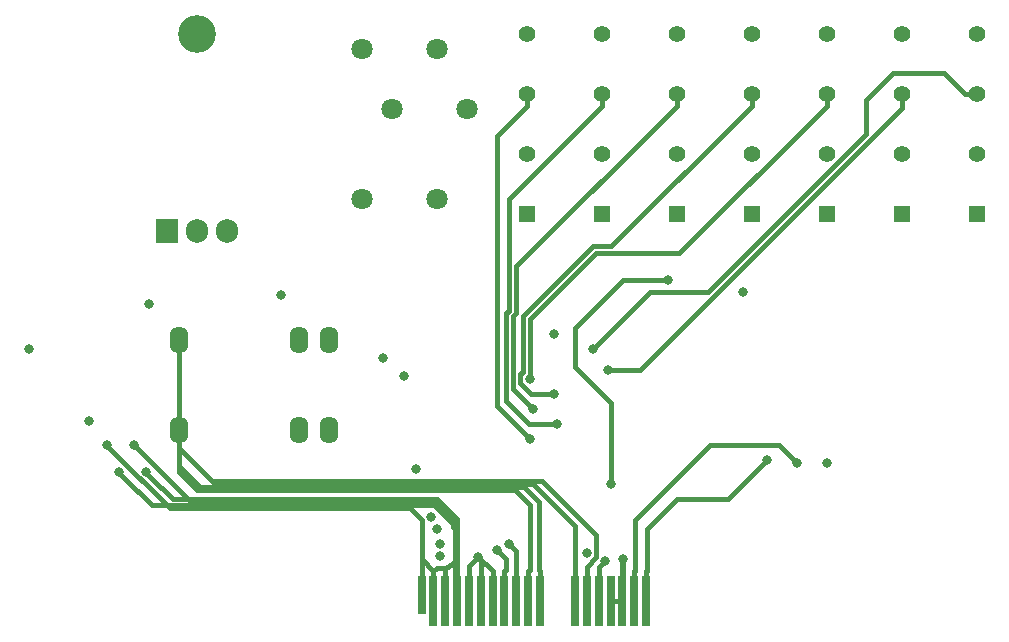
<source format=gbr>
G04 #@! TF.GenerationSoftware,KiCad,Pcbnew,(5.1.5)-3*
G04 #@! TF.CreationDate,2020-02-22T08:37:43-08:00*
G04 #@! TF.ProjectId,voltages,766f6c74-6167-4657-932e-6b696361645f,rev?*
G04 #@! TF.SameCoordinates,Original*
G04 #@! TF.FileFunction,Copper,L4,Bot*
G04 #@! TF.FilePolarity,Positive*
%FSLAX46Y46*%
G04 Gerber Fmt 4.6, Leading zero omitted, Abs format (unit mm)*
G04 Created by KiCad (PCBNEW (5.1.5)-3) date 2020-02-22 08:37:43*
%MOMM*%
%LPD*%
G04 APERTURE LIST*
%ADD10O,1.600000X2.300000*%
%ADD11O,1.905000X2.000000*%
%ADD12R,1.905000X2.000000*%
%ADD13C,3.200000*%
%ADD14C,1.800000*%
%ADD15R,1.400000X1.400000*%
%ADD16C,1.400000*%
%ADD17R,0.700000X4.300000*%
%ADD18R,0.700000X3.200000*%
%ADD19C,0.800000*%
%ADD20C,0.381000*%
G04 APERTURE END LIST*
D10*
X91186000Y-75438000D03*
X91186000Y-67818000D03*
X88646000Y-75438000D03*
X78486000Y-75438000D03*
X88646000Y-67818000D03*
X78486000Y-67818000D03*
D11*
X82550000Y-58570000D03*
X80010000Y-58570000D03*
D12*
X77470000Y-58570000D03*
D13*
X80010000Y-41910000D03*
D14*
X100330000Y-43180000D03*
X102870000Y-48260000D03*
X100330000Y-55880000D03*
X93980000Y-43180000D03*
X96520000Y-48260000D03*
X93980000Y-55880000D03*
D15*
X146050000Y-57150000D03*
D16*
X146050000Y-52070000D03*
X146050000Y-46990000D03*
X146050000Y-41910000D03*
D15*
X139700000Y-57150000D03*
D16*
X139700000Y-52070000D03*
X139700000Y-46990000D03*
X139700000Y-41910000D03*
D15*
X133350000Y-57150000D03*
D16*
X133350000Y-52070000D03*
X133350000Y-46990000D03*
X133350000Y-41910000D03*
D15*
X127000000Y-57150000D03*
D16*
X127000000Y-52070000D03*
X127000000Y-46990000D03*
X127000000Y-41910000D03*
D15*
X120650000Y-57150000D03*
D16*
X120650000Y-52070000D03*
X120650000Y-46990000D03*
X120650000Y-41910000D03*
D15*
X114300000Y-57150000D03*
D16*
X114300000Y-52070000D03*
X114300000Y-46990000D03*
X114300000Y-41910000D03*
D15*
X107950000Y-57150000D03*
D16*
X107950000Y-52070000D03*
X107950000Y-46990000D03*
X107950000Y-41910000D03*
D17*
X113049840Y-89946480D03*
X112049840Y-89946480D03*
X118049840Y-89946480D03*
X117049840Y-89946480D03*
X116049840Y-89946480D03*
X115049840Y-89946480D03*
X114049840Y-89946480D03*
X109049840Y-89946480D03*
X108049840Y-89946480D03*
X107049840Y-89946480D03*
X106049840Y-89946480D03*
X105049840Y-89946480D03*
X104049840Y-89946480D03*
X103049840Y-89946480D03*
X102049840Y-89946480D03*
X101049840Y-89946480D03*
X100049840Y-89946480D03*
D18*
X99049840Y-89396480D03*
D19*
X65786000Y-68580000D03*
X75946000Y-64770000D03*
X87122000Y-64008000D03*
X70866000Y-74676000D03*
X97536000Y-70866000D03*
X95758000Y-69342000D03*
X98552000Y-78740000D03*
X133350000Y-78232000D03*
X126238000Y-63754000D03*
X116124579Y-86360000D03*
X114543567Y-86550944D03*
X113030000Y-85852000D03*
X106426000Y-85090000D03*
X105410000Y-85598000D03*
X72390000Y-76708000D03*
X73406000Y-78994000D03*
X74676000Y-76708000D03*
X75692000Y-78994000D03*
X115062000Y-80010000D03*
X119888000Y-62738000D03*
X128270000Y-77978000D03*
X130810000Y-78232000D03*
X103813180Y-86178820D03*
X110236000Y-67310000D03*
X100330000Y-83820000D03*
X100584000Y-85090000D03*
X99822000Y-82804000D03*
X100584000Y-86106000D03*
X108204000Y-76200000D03*
X110490000Y-74930000D03*
X108458000Y-73660000D03*
X110236000Y-72390000D03*
X108204000Y-71120000D03*
X114808000Y-70358000D03*
X113538000Y-68580000D03*
D20*
X115049840Y-89946480D02*
X115780840Y-89946480D01*
X116049840Y-89946480D02*
X116049840Y-86434739D01*
X116124579Y-86925685D02*
X116124579Y-86360000D01*
X116124579Y-89602741D02*
X116124579Y-86925685D01*
X115780840Y-89946480D02*
X116124579Y-89602741D01*
X116049840Y-86434739D02*
X116124579Y-86360000D01*
X114049840Y-87044671D02*
X114543567Y-86550944D01*
X114049840Y-89946480D02*
X114049840Y-87044671D01*
X107049840Y-89946480D02*
X107049840Y-85713840D01*
X107049840Y-85713840D02*
X106426000Y-85090000D01*
X106049840Y-87415480D02*
X106172000Y-87293320D01*
X106049840Y-89946480D02*
X106049840Y-87415480D01*
X106172000Y-87293320D02*
X106172000Y-86360000D01*
X106172000Y-86360000D02*
X105410000Y-85598000D01*
X101049840Y-89946480D02*
X101049840Y-87415480D01*
X101854000Y-86611320D02*
X101854000Y-85852000D01*
X101854000Y-88873320D02*
X101854000Y-85852000D01*
X100049840Y-87415480D02*
X100343320Y-87122000D01*
X100049840Y-89946480D02*
X100049840Y-87415480D01*
X100343320Y-87122000D02*
X101092000Y-87122000D01*
X101049840Y-87415480D02*
X101092000Y-87122000D01*
X101092000Y-87122000D02*
X101854000Y-86611320D01*
X98023680Y-82042000D02*
X77724000Y-82042000D01*
X72789999Y-77107999D02*
X72390000Y-76708000D01*
X99049840Y-83068160D02*
X98023680Y-82042000D01*
X77724000Y-82042000D02*
X72789999Y-77107999D01*
X73805999Y-79393999D02*
X73406000Y-78994000D01*
X100076000Y-81788000D02*
X76200000Y-81788000D01*
X76200000Y-81788000D02*
X73805999Y-79393999D01*
X101600000Y-83312000D02*
X100076000Y-81788000D01*
X100330000Y-81280000D02*
X77978000Y-81280000D01*
X77978000Y-81280000D02*
X76091999Y-79393999D01*
X102049840Y-82999840D02*
X100330000Y-81280000D01*
X76091999Y-79393999D02*
X75692000Y-78994000D01*
X102049840Y-89946480D02*
X102049840Y-82999840D01*
X100049840Y-87349840D02*
X99060000Y-86360000D01*
X100049840Y-87415480D02*
X100049840Y-87349840D01*
X99049840Y-89396480D02*
X99060000Y-86360000D01*
X99060000Y-86360000D02*
X99049840Y-83068160D01*
X101854000Y-83820000D02*
X101854000Y-85852000D01*
X100076000Y-81534000D02*
X101727000Y-83185000D01*
X101727000Y-83693000D02*
X101854000Y-83820000D01*
X79502000Y-81534000D02*
X100076000Y-81534000D01*
X101727000Y-83185000D02*
X101727000Y-83693000D01*
X74676000Y-76708000D02*
X79502000Y-81534000D01*
X115062000Y-80010000D02*
X115062000Y-73152000D01*
X115062000Y-73152000D02*
X112014000Y-70104000D01*
X112014000Y-70104000D02*
X112014000Y-66802000D01*
X112014000Y-66802000D02*
X116078000Y-62738000D01*
X116078000Y-62738000D02*
X119888000Y-62738000D01*
X78486000Y-69349000D02*
X78486000Y-75438000D01*
X78486000Y-67818000D02*
X78486000Y-69349000D01*
X80264000Y-80264000D02*
X78486000Y-78486000D01*
X109049840Y-87415480D02*
X108966000Y-87331640D01*
X78486000Y-78486000D02*
X78486000Y-75438000D01*
X109049840Y-89946480D02*
X109049840Y-87415480D01*
X107696000Y-80264000D02*
X80264000Y-80264000D01*
X108966000Y-87331640D02*
X108966000Y-81534000D01*
X108966000Y-81534000D02*
X107696000Y-80264000D01*
X80010000Y-80518000D02*
X78486000Y-78994000D01*
X108049840Y-87415480D02*
X108204000Y-87261320D01*
X78486000Y-78994000D02*
X78486000Y-75438000D01*
X108204000Y-87261320D02*
X108204000Y-81788000D01*
X108049840Y-89946480D02*
X108049840Y-87415480D01*
X108204000Y-81788000D02*
X106934000Y-80518000D01*
X106934000Y-80518000D02*
X80010000Y-80518000D01*
X113820501Y-84356501D02*
X109220000Y-79756000D01*
X113049840Y-89946480D02*
X113049840Y-87002102D01*
X113820501Y-86231441D02*
X113820501Y-84356501D01*
X78486000Y-76969000D02*
X78486000Y-75438000D01*
X109220000Y-79756000D02*
X81273000Y-79756000D01*
X113049840Y-87002102D02*
X113820501Y-86231441D01*
X81273000Y-79756000D02*
X78486000Y-76969000D01*
X81527000Y-80010000D02*
X78486000Y-76969000D01*
X108458000Y-80010000D02*
X81527000Y-80010000D01*
X112049840Y-89946480D02*
X112049840Y-83601840D01*
X112049840Y-83601840D02*
X108458000Y-80010000D01*
X118049840Y-87415480D02*
X118110000Y-87355320D01*
X118049840Y-89946480D02*
X118049840Y-87415480D01*
X118110000Y-87355320D02*
X118110000Y-83820000D01*
X118110000Y-83820000D02*
X120650000Y-81280000D01*
X120650000Y-81280000D02*
X124968000Y-81280000D01*
X124968000Y-81280000D02*
X128270000Y-77978000D01*
X117049840Y-87415480D02*
X117094000Y-87371320D01*
X117049840Y-89946480D02*
X117049840Y-87415480D01*
X117094000Y-87371320D02*
X117094000Y-83058000D01*
X117094000Y-83058000D02*
X123444000Y-76708000D01*
X123444000Y-76708000D02*
X129286000Y-76708000D01*
X129286000Y-76708000D02*
X130810000Y-78232000D01*
X105049840Y-89946480D02*
X105049840Y-87415480D01*
X105049840Y-87415480D02*
X103813180Y-86178820D01*
X104049840Y-86415480D02*
X103813180Y-86178820D01*
X104049840Y-89946480D02*
X104049840Y-86415480D01*
X103049840Y-86942160D02*
X103813180Y-86178820D01*
X103049840Y-89946480D02*
X103049840Y-86942160D01*
X107950000Y-47979949D02*
X105410000Y-50519949D01*
X107950000Y-46990000D02*
X107950000Y-47979949D01*
X105410000Y-50519949D02*
X105410000Y-73406000D01*
X105410000Y-73406000D02*
X108204000Y-76200000D01*
X108144327Y-74930000D02*
X109924315Y-74930000D01*
X114300000Y-47979949D02*
X106426000Y-55853949D01*
X109924315Y-74930000D02*
X110490000Y-74930000D01*
X106206967Y-72992640D02*
X108144327Y-74930000D01*
X114300000Y-46990000D02*
X114300000Y-47979949D01*
X106426000Y-55853949D02*
X106426000Y-65352981D01*
X106426000Y-65352981D02*
X106206967Y-65572014D01*
X106206967Y-65572014D02*
X106206967Y-72992640D01*
X106787978Y-65812676D02*
X106787978Y-71989978D01*
X107041978Y-61587971D02*
X107041978Y-65558676D01*
X108058001Y-73260001D02*
X108458000Y-73660000D01*
X107041978Y-65558676D02*
X106787978Y-65812676D01*
X120650000Y-46990000D02*
X120650000Y-47979949D01*
X120650000Y-47979949D02*
X107041978Y-61587971D01*
X106787978Y-71989978D02*
X108058001Y-73260001D01*
X107413499Y-70740559D02*
X107413499Y-71499441D01*
X115108960Y-59870989D02*
X113551338Y-59870989D01*
X108304058Y-72390000D02*
X109670315Y-72390000D01*
X107413499Y-71499441D02*
X108304058Y-72390000D01*
X107622989Y-70531069D02*
X107413499Y-70740559D01*
X127000000Y-46990000D02*
X127000000Y-47979949D01*
X113551338Y-59870989D02*
X107622989Y-65799338D01*
X109670315Y-72390000D02*
X110236000Y-72390000D01*
X127000000Y-47979949D02*
X115108960Y-59870989D01*
X107622989Y-65799338D02*
X107622989Y-70531069D01*
X120877949Y-60452000D02*
X113792000Y-60452000D01*
X133350000Y-47979949D02*
X120877949Y-60452000D01*
X133350000Y-46990000D02*
X133350000Y-47979949D01*
X108204000Y-70554315D02*
X108204000Y-71120000D01*
X113792000Y-60452000D02*
X108204000Y-66040000D01*
X108204000Y-66040000D02*
X108204000Y-70554315D01*
X139700000Y-46990000D02*
X139700000Y-48155615D01*
X115373685Y-70358000D02*
X114808000Y-70358000D01*
X139700000Y-48155615D02*
X117497615Y-70358000D01*
X117497615Y-70358000D02*
X115373685Y-70358000D01*
X145060051Y-46990000D02*
X143282051Y-45212000D01*
X146050000Y-46990000D02*
X145060051Y-46990000D01*
X143282051Y-45212000D02*
X138938000Y-45212000D01*
X138938000Y-45212000D02*
X136652000Y-47498000D01*
X136652000Y-50381942D02*
X123279942Y-63754000D01*
X136652000Y-47498000D02*
X136652000Y-50381942D01*
X123279942Y-63754000D02*
X118364000Y-63754000D01*
X118364000Y-63754000D02*
X113538000Y-68580000D01*
M02*

</source>
